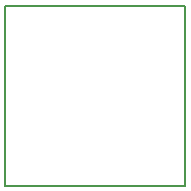
<source format=gbr>
G04 #@! TF.FileFunction,Profile,NP*
%FSLAX46Y46*%
G04 Gerber Fmt 4.6, Leading zero omitted, Abs format (unit mm)*
G04 Created by KiCad (PCBNEW 4.0.6) date 07/21/17 14:00:03*
%MOMM*%
%LPD*%
G01*
G04 APERTURE LIST*
%ADD10C,0.100000*%
%ADD11C,0.150000*%
G04 APERTURE END LIST*
D10*
D11*
X63500000Y-86360000D02*
X63500000Y-71120000D01*
X78740000Y-86360000D02*
X63500000Y-86360000D01*
X78740000Y-71120000D02*
X78740000Y-86360000D01*
X63500000Y-71120000D02*
X78740000Y-71120000D01*
M02*

</source>
